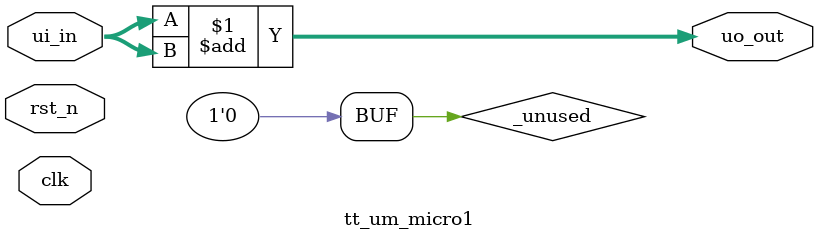
<source format=v>
/*
 * Copyright (c) 2024 Your Name
 * SPDX-License-Identifier: Apache-2.0
 */

`default_nettype none

module tt_um_micro1 (
    input  wire [7:0] ui_in,    // Dedicated inputs
    output wire [7:0] uo_out,   // Dedicated outputs
    input  wire       clk,      // clock
    input  wire       rst_n     // reset_n - low to reset
);

  // All output pins must be assigned. If not used, assign to 0.
  assign uo_out  = ui_in + ui_in;  // Example: ou_out is the sum of ui_in and uio_in

  // List all unused inputs to prevent warnings
  wire _unused = &{clk, rst_n, 1'b0};

endmodule

</source>
